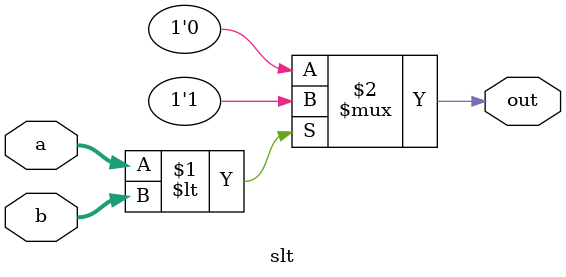
<source format=sv>
module slt(
    input [31:0] a,
    input [31:0] b,
    output reg out
);
  
  assign out = (a < b) ? 1'b1 : 1'b0;

endmodule

</source>
